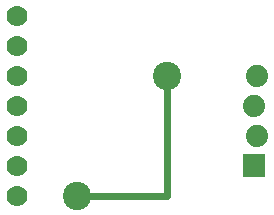
<source format=gtl>
G04 MADE WITH FRITZING*
G04 WWW.FRITZING.ORG*
G04 DOUBLE SIDED*
G04 HOLES PLATED*
G04 CONTOUR ON CENTER OF CONTOUR VECTOR*
%ASAXBY*%
%FSLAX23Y23*%
%MOIN*%
%OFA0B0*%
%SFA1.0B1.0*%
%ADD10C,0.094488*%
%ADD11C,0.074000*%
%ADD12C,0.070000*%
%ADD13C,0.024000*%
%ADD14R,0.001000X0.001000*%
%LNCOPPER1*%
G90*
G70*
G54D10*
X1599Y701D03*
G54D11*
X1889Y401D03*
X1899Y501D03*
X1889Y601D03*
X1899Y701D03*
X1889Y401D03*
X1899Y501D03*
X1889Y601D03*
X1899Y701D03*
G54D10*
X1299Y301D03*
G54D12*
X1099Y301D03*
X1099Y401D03*
X1099Y501D03*
X1099Y601D03*
X1099Y701D03*
X1099Y801D03*
X1099Y901D03*
G54D13*
X1599Y300D02*
X1599Y674D01*
D02*
X1326Y300D02*
X1599Y300D01*
G54D14*
X1852Y438D02*
X1925Y438D01*
X1852Y437D02*
X1925Y437D01*
X1852Y436D02*
X1925Y436D01*
X1852Y435D02*
X1925Y435D01*
X1852Y434D02*
X1925Y434D01*
X1852Y433D02*
X1925Y433D01*
X1852Y432D02*
X1925Y432D01*
X1852Y431D02*
X1925Y431D01*
X1852Y430D02*
X1925Y430D01*
X1852Y429D02*
X1925Y429D01*
X1852Y428D02*
X1925Y428D01*
X1852Y427D02*
X1925Y427D01*
X1852Y426D02*
X1925Y426D01*
X1852Y425D02*
X1925Y425D01*
X1852Y424D02*
X1925Y424D01*
X1852Y423D02*
X1925Y423D01*
X1852Y422D02*
X1925Y422D01*
X1852Y421D02*
X1883Y421D01*
X1894Y421D02*
X1925Y421D01*
X1852Y420D02*
X1880Y420D01*
X1897Y420D02*
X1925Y420D01*
X1852Y419D02*
X1878Y419D01*
X1899Y419D02*
X1925Y419D01*
X1852Y418D02*
X1876Y418D01*
X1900Y418D02*
X1925Y418D01*
X1852Y417D02*
X1875Y417D01*
X1902Y417D02*
X1925Y417D01*
X1852Y416D02*
X1874Y416D01*
X1903Y416D02*
X1925Y416D01*
X1852Y415D02*
X1873Y415D01*
X1904Y415D02*
X1925Y415D01*
X1852Y414D02*
X1872Y414D01*
X1905Y414D02*
X1925Y414D01*
X1852Y413D02*
X1871Y413D01*
X1905Y413D02*
X1925Y413D01*
X1852Y412D02*
X1871Y412D01*
X1906Y412D02*
X1925Y412D01*
X1852Y411D02*
X1870Y411D01*
X1906Y411D02*
X1925Y411D01*
X1852Y410D02*
X1870Y410D01*
X1907Y410D02*
X1925Y410D01*
X1852Y409D02*
X1869Y409D01*
X1907Y409D02*
X1925Y409D01*
X1852Y408D02*
X1869Y408D01*
X1908Y408D02*
X1925Y408D01*
X1852Y407D02*
X1869Y407D01*
X1908Y407D02*
X1925Y407D01*
X1852Y406D02*
X1868Y406D01*
X1908Y406D02*
X1925Y406D01*
X1852Y405D02*
X1868Y405D01*
X1909Y405D02*
X1925Y405D01*
X1852Y404D02*
X1868Y404D01*
X1909Y404D02*
X1925Y404D01*
X1852Y403D02*
X1868Y403D01*
X1909Y403D02*
X1925Y403D01*
X1852Y402D02*
X1868Y402D01*
X1909Y402D02*
X1925Y402D01*
X1852Y401D02*
X1868Y401D01*
X1909Y401D02*
X1925Y401D01*
X1852Y400D02*
X1868Y400D01*
X1909Y400D02*
X1925Y400D01*
X1852Y399D02*
X1868Y399D01*
X1909Y399D02*
X1925Y399D01*
X1852Y398D02*
X1868Y398D01*
X1908Y398D02*
X1925Y398D01*
X1852Y397D02*
X1869Y397D01*
X1908Y397D02*
X1925Y397D01*
X1852Y396D02*
X1869Y396D01*
X1908Y396D02*
X1925Y396D01*
X1852Y395D02*
X1869Y395D01*
X1908Y395D02*
X1925Y395D01*
X1852Y394D02*
X1869Y394D01*
X1907Y394D02*
X1925Y394D01*
X1852Y393D02*
X1870Y393D01*
X1907Y393D02*
X1925Y393D01*
X1852Y392D02*
X1871Y392D01*
X1906Y392D02*
X1925Y392D01*
X1852Y391D02*
X1871Y391D01*
X1906Y391D02*
X1925Y391D01*
X1852Y390D02*
X1872Y390D01*
X1905Y390D02*
X1925Y390D01*
X1852Y389D02*
X1873Y389D01*
X1904Y389D02*
X1925Y389D01*
X1852Y388D02*
X1873Y388D01*
X1903Y388D02*
X1925Y388D01*
X1852Y387D02*
X1875Y387D01*
X1902Y387D02*
X1925Y387D01*
X1852Y386D02*
X1876Y386D01*
X1901Y386D02*
X1925Y386D01*
X1852Y385D02*
X1877Y385D01*
X1900Y385D02*
X1925Y385D01*
X1852Y384D02*
X1879Y384D01*
X1898Y384D02*
X1925Y384D01*
X1852Y383D02*
X1881Y383D01*
X1895Y383D02*
X1925Y383D01*
X1852Y382D02*
X1886Y382D01*
X1891Y382D02*
X1925Y382D01*
X1852Y381D02*
X1925Y381D01*
X1852Y380D02*
X1925Y380D01*
X1852Y379D02*
X1925Y379D01*
X1852Y378D02*
X1925Y378D01*
X1852Y377D02*
X1925Y377D01*
X1852Y376D02*
X1925Y376D01*
X1852Y375D02*
X1925Y375D01*
X1852Y374D02*
X1925Y374D01*
X1852Y373D02*
X1925Y373D01*
X1852Y372D02*
X1925Y372D01*
X1852Y371D02*
X1925Y371D01*
X1852Y370D02*
X1925Y370D01*
X1852Y369D02*
X1925Y369D01*
X1852Y368D02*
X1925Y368D01*
X1852Y367D02*
X1925Y367D01*
X1852Y366D02*
X1925Y366D01*
X1852Y365D02*
X1925Y365D01*
D02*
G04 End of Copper1*
M02*
</source>
